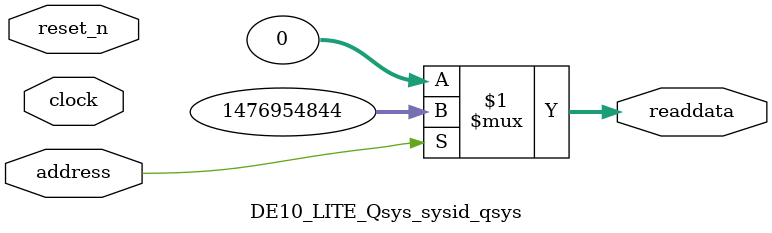
<source format=v>



// synthesis translate_off
`timescale 1ns / 1ps
// synthesis translate_on

// turn off superfluous verilog processor warnings 
// altera message_level Level1 
// altera message_off 10034 10035 10036 10037 10230 10240 10030 

module DE10_LITE_Qsys_sysid_qsys (
               // inputs:
                address,
                clock,
                reset_n,

               // outputs:
                readdata
             )
;

  output  [ 31: 0] readdata;
  input            address;
  input            clock;
  input            reset_n;

  wire    [ 31: 0] readdata;
  //control_slave, which is an e_avalon_slave
  assign readdata = address ? 1476954844 : 0;

endmodule



</source>
